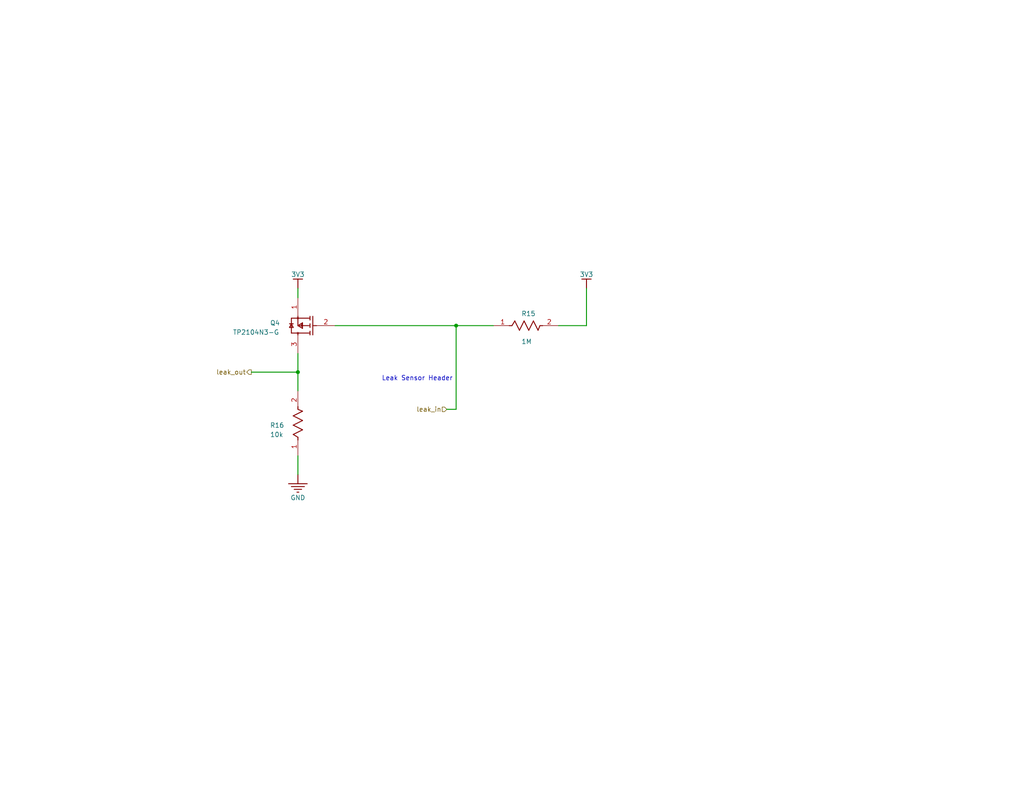
<source format=kicad_sch>
(kicad_sch (version 20230121) (generator eeschema)
  (paper "A")
  (lib_symbols
    (symbol "MEB-altium-import:3V3" (power)
      (property "Reference" "#PWR" (at 0 0 0))
      (property "Value" "3V3" (at 0 3.81 0))
      (symbol "3V3_0_0"
        (polyline (pts (xy -1.27 -2.54) (xy 1.27 -2.54)) (stroke (width 0.254)))
        (polyline (pts (xy 0 0) (xy 0 -2.54)) (stroke (width 0.254)))
        (pin power_in line (at 0 0 0) (length 0) hide (name "3V3") (number ""))
      )
    )
    (symbol "MEB-altium-import:GND" (power)
      (property "Reference" "#PWR" (at 0 0 0))
      (property "Value" "GND" (at 0 6.35 0))
      (symbol "GND_0_0"
        (polyline (pts (xy -2.54 -2.54) (xy 2.54 -2.54)) (stroke (width 0.254)))
        (polyline (pts (xy -1.778 -3.302) (xy 1.778 -3.302)) (stroke (width 0.254)))
        (polyline (pts (xy -1.016 -4.064) (xy 1.016 -4.064)) (stroke (width 0.254)))
        (polyline (pts (xy -0.254 -4.826) (xy 0.254 -4.826)) (stroke (width 0.254)))
        (polyline (pts (xy 0 0) (xy 0 -2.54)) (stroke (width 0.254)))
        (pin power_in line (at 0 0 0) (length 0) hide (name "GND") (number ""))
      )
    )
    (symbol "MEB-altium-import:leak_sensor_0_1029c3af85768c4190bb7ad29bc67b5"
      (symbol "leak_sensor_0_1029c3af85768c4190bb7ad29bc67b5_1_0"
        (polyline (pts (xy 5.08 0) (xy 4.318 0)) (stroke (width 0.254)))
        (polyline (pts (xy 5.08 0) (xy 5.842 1.27)) (stroke (width 0.254)))
        (polyline (pts (xy 5.842 1.27) (xy 7.112 -1.27)) (stroke (width 0.254)))
        (polyline (pts (xy 7.112 -1.27) (xy 8.382 1.27)) (stroke (width 0.254)))
        (polyline (pts (xy 8.382 1.27) (xy 9.652 -1.27)) (stroke (width 0.254)))
        (polyline (pts (xy 9.652 -1.27) (xy 10.922 1.27)) (stroke (width 0.254)))
        (polyline (pts (xy 10.922 1.27) (xy 12.192 -1.27)) (stroke (width 0.254)))
        (polyline (pts (xy 12.192 -1.27) (xy 12.7 0)) (stroke (width 0.254)))
        (polyline (pts (xy 12.7 0) (xy 13.462 0)) (stroke (width 0.254)))
        (pin passive line (at 0 0 0) (length 5.08) (name "1") (number "1"))
        (pin passive line (at 17.78 0 180) (length 5.08) (name "2") (number "2"))
      )
    )
    (symbol "MEB-altium-import:leak_sensor_1_1029c3af85768c4190bb7ad29bc67b5"
      (symbol "leak_sensor_1_1029c3af85768c4190bb7ad29bc67b5_1_0"
        (polyline (pts (xy -1.27 5.842) (xy 1.27 7.112)) (stroke (width 0.254)))
        (polyline (pts (xy -1.27 8.382) (xy 1.27 9.652)) (stroke (width 0.254)))
        (polyline (pts (xy -1.27 10.922) (xy 1.27 12.192)) (stroke (width 0.254)))
        (polyline (pts (xy 0 5.08) (xy -1.27 5.842)) (stroke (width 0.254)))
        (polyline (pts (xy 0 5.08) (xy 0 4.318)) (stroke (width 0.254)))
        (polyline (pts (xy 0 12.7) (xy 0 13.462)) (stroke (width 0.254)))
        (polyline (pts (xy 1.27 7.112) (xy -1.27 8.382)) (stroke (width 0.254)))
        (polyline (pts (xy 1.27 9.652) (xy -1.27 10.922)) (stroke (width 0.254)))
        (polyline (pts (xy 1.27 12.192) (xy 0 12.7)) (stroke (width 0.254)))
        (pin passive line (at 0 0 90) (length 5.08) (name "1") (number "1"))
        (pin passive line (at 0 17.78 270) (length 5.08) (name "2") (number "2"))
      )
    )
    (symbol "MEB-altium-import:leak_sensor_2_9a74f65b4248df6e06e844fd3676475"
      (symbol "leak_sensor_2_9a74f65b4248df6e06e844fd3676475_1_0"
        (circle (center -10.16 -2.032) (radius 0.254) (stroke (width 0.0001)))
        (circle (center -10.16 2.032) (radius 0.254) (stroke (width 0.0001)))
        (polyline (pts (xy -12.446 -0.508) (xy -11.43 -0.508)) (stroke (width 0.254)))
        (polyline (pts (xy -11.938 -2.032) (xy -11.938 2.032)) (stroke (width 0.254)))
        (polyline (pts (xy -11.938 -2.032) (xy -10.16 -2.032)) (stroke (width 0.254)))
        (polyline (pts (xy -11.938 0.508) (xy -12.446 -0.508)) (stroke (width 0.254)))
        (polyline (pts (xy -11.938 0.508) (xy -12.446 0.508)) (stroke (width 0.254)))
        (polyline (pts (xy -11.938 0.508) (xy -11.43 0.508)) (stroke (width 0.254)))
        (polyline (pts (xy -11.43 -0.508) (xy -11.938 0.508)) (stroke (width 0.254)))
        (polyline (pts (xy -10.16 -2.032) (xy -10.16 -2.54)) (stroke (width 0.254)))
        (polyline (pts (xy -10.16 0) (xy -10.16 2.54)) (stroke (width 0.254)))
        (polyline (pts (xy -10.16 0) (xy -8.89 -0.762)) (stroke (width 0.254)))
        (polyline (pts (xy -10.16 0) (xy -8.89 0.762)) (stroke (width 0.254)))
        (polyline (pts (xy -10.16 2.032) (xy -11.938 2.032)) (stroke (width 0.254)))
        (polyline (pts (xy -9.906 0) (xy -7.112 0)) (stroke (width 0.254)))
        (polyline (pts (xy -9.144 -0.254) (xy -9.144 0.508)) (stroke (width 0.254)))
        (polyline (pts (xy -8.89 -0.762) (xy -8.89 0.762)) (stroke (width 0.254)))
        (polyline (pts (xy -6.858 -2.032) (xy -10.16 -2.032)) (stroke (width 0.254)))
        (polyline (pts (xy -6.858 -1.524) (xy -6.858 -2.54)) (stroke (width 0.254)))
        (polyline (pts (xy -6.858 -0.508) (xy -6.858 0.508)) (stroke (width 0.254)))
        (polyline (pts (xy -6.858 1.524) (xy -6.858 2.54)) (stroke (width 0.254)))
        (polyline (pts (xy -6.858 2.032) (xy -10.16 2.032)) (stroke (width 0.254)))
        (polyline (pts (xy -6.096 0) (xy -5.08 0)) (stroke (width 0.254)))
        (polyline (pts (xy -6.096 2.54) (xy -6.096 -2.54)) (stroke (width 0.254)))
        (pin passive line (at -10.16 7.62 270) (length 5.08) (name "Source") (number "1"))
        (pin passive line (at 0 0 180) (length 5.08) (name "Gate") (number "2"))
        (pin passive line (at -10.16 -7.62 90) (length 5.08) (name "Drain") (number "3"))
      )
    )
  )
  (junction (at 81.28 101.6))
  (junction (at 124.46 88.9))
  (wire (pts (xy 124.46 88.9) (xy 124.46 111.76)) (stroke (width 0.254)))
  (wire (pts (xy 81.28 129.54) (xy 81.28 124.46)) (stroke (width 0.254)))
  (wire (pts (xy 160.02 88.9) (xy 152.4 88.9)) (stroke (width 0.254)))
  (wire (pts (xy 121.92 111.76) (xy 124.46 111.76)) (stroke (width 0.254)))
  (wire (pts (xy 160.02 78.74) (xy 160.02 88.9)) (stroke (width 0.254)))
  (wire (pts (xy 134.62 88.9) (xy 124.46 88.9)) (stroke (width 0.254)))
  (wire (pts (xy 68.58 101.6) (xy 81.28 101.6)) (stroke (width 0.254)))
  (wire (pts (xy 124.46 88.9) (xy 91.44 88.9)) (stroke (width 0.254)))
  (wire (pts (xy 81.28 101.6) (xy 81.28 96.52)) (stroke (width 0.254)))
  (wire (pts (xy 81.28 78.74) (xy 81.28 81.28)) (stroke (width 0.254)))
  (wire (pts (xy 81.28 101.6) (xy 81.28 106.68)) (stroke (width 0.254)))
  (text "Leak Sensor Header" (at 104.14 104.14 0) (effects (font (size 1.27 1.27)) (justify left bottom)))
  (hierarchical_label "leak_out" (shape output) (at 68.58 101.6 180))
  (hierarchical_label "leak_in" (shape input) (at 121.92 111.76 180))
  (symbol (lib_id "MEB-altium-import:leak_sensor_1_1029c3af85768c4190bb7ad29bc67b5") (at 81.28 124.46 0) (unit 1)
    (property "Reference" "R16" (at 73.66 116.84 0) (effects (justify left bottom)))
    (property "Value" "10k" (at 73.66 119.38 0) (effects (justify left bottom)))
    (property "Footprint" "AltiumImport:FP-RNCP0805-IPC_C" (effects hide))
    (property "Part Number" "RNCP0805FTD10K0" (effects hide))
  )
  (symbol (lib_id "MEB-altium-import:leak_sensor_2_9a74f65b4248df6e06e844fd3676475") (at 91.44 88.9 0) (unit 1)
    (property "Reference" "Q4" (at 73.66 88.9 0) (effects (justify left bottom)))
    (property "Value" "TP2104N3-G" (at 63.5 91.44 0) (effects (justify left bottom)))
    (property "Footprint" "AltiumImport:FP-TP2104N3-G-MFG" (effects hide))
    (property "Part Number" "TP2104N3-G" (effects hide))
  )
  (symbol (lib_id "MEB-altium-import:3V3") (at 160.02 78.74 180) (unit 1)
    (property "Reference" "#PWR0111" (effects hide))
    (property "Value" "3V3" (at 160.02 74.93 0))
  )
  (symbol (lib_id "MEB-altium-import:GND") (at 81.28 129.54 0) (unit 1)
    (property "Reference" "#PWR0110" (effects hide))
    (property "Value" "GND" (at 81.28 135.89 0))
  )
  (symbol (lib_id "MEB-altium-import:3V3") (at 81.28 78.74 180) (unit 1)
    (property "Reference" "#PWR0112" (effects hide))
    (property "Value" "3V3" (at 81.28 74.93 0))
  )
  (symbol (lib_id "MEB-altium-import:leak_sensor_0_1029c3af85768c4190bb7ad29bc67b5") (at 134.62 88.9 0) (unit 1)
    (property "Reference" "R15" (at 142.24 86.36 0) (effects (justify left bottom)))
    (property "Value" "1M" (at 142.24 93.98 0) (effects (justify left bottom)))
    (property "Footprint" "AltiumImport:FP-RMCF0805-IPC_C" (effects hide))
    (property "Part Number" "RMCF0805JT1M00" (effects hide))
  )
)
</source>
